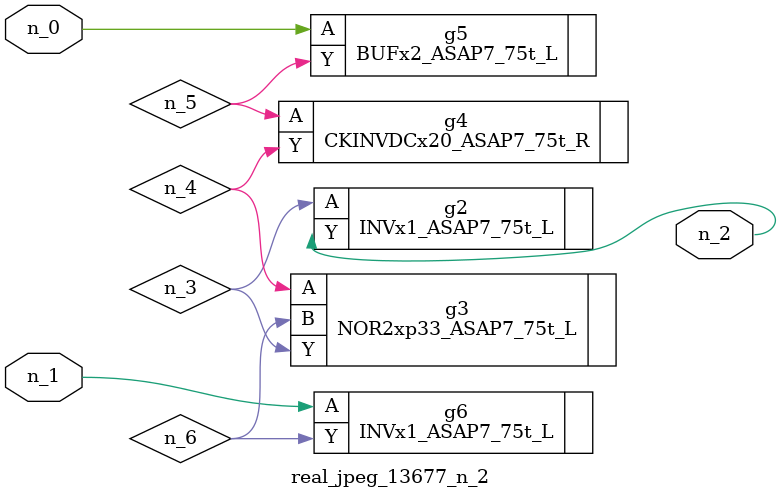
<source format=v>
module real_jpeg_13677_n_2 (n_1, n_0, n_2);

input n_1;
input n_0;

output n_2;

wire n_5;
wire n_4;
wire n_6;
wire n_3;

BUFx2_ASAP7_75t_L g5 ( 
.A(n_0),
.Y(n_5)
);

INVx1_ASAP7_75t_L g6 ( 
.A(n_1),
.Y(n_6)
);

INVx1_ASAP7_75t_L g2 ( 
.A(n_3),
.Y(n_2)
);

NOR2xp33_ASAP7_75t_L g3 ( 
.A(n_4),
.B(n_6),
.Y(n_3)
);

CKINVDCx20_ASAP7_75t_R g4 ( 
.A(n_5),
.Y(n_4)
);


endmodule
</source>
